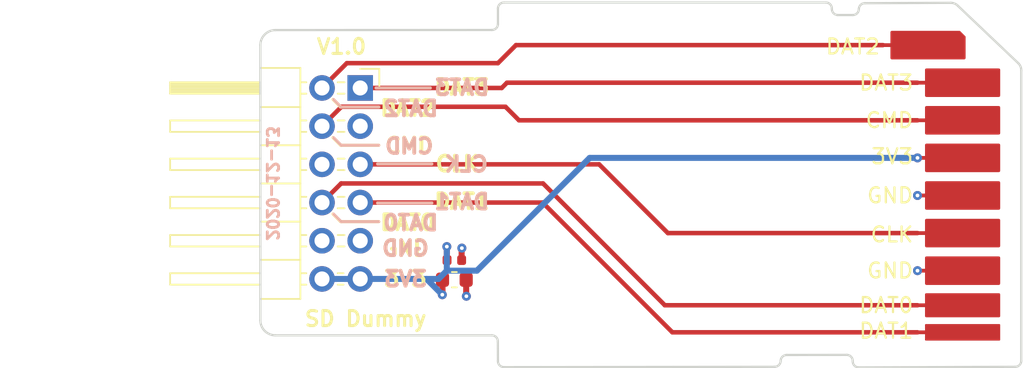
<source format=kicad_pcb>
(kicad_pcb (version 20201116) (generator pcbnew)
  (title_block (title "SD Dummy") (date "2020-12-13") (rev "r1.0") (company "GsD") (comment 1 "PMOD"))
  (layers (0 "F.Cu" signal) (1 "In1.Cu" signal) (2 "In2.Cu" signal) (31 "B.Cu" signal) (34 "B.Paste" user) (35 "F.Paste" user) (36 "B.SilkS" user "B.Silkscreen") (37 "F.SilkS" user "F.Silkscreen") (38 "B.Mask" user) (39 "F.Mask" user) (44 "Edge.Cuts" user))
  (net 0 "")
  (net 1 "GND")
  (net 2 "+3V3")
  (net 3 "Net-(J1-Pad2)")
  (net 4 "Net-(J1-Pad9)")
  (net 5 "/DAT2")
  (net 6 "/DAT1")
  (net 7 "/DAT0")
  (net 8 "/CLK")
  (net 9 "/CMD")
  (net 10 "/DAT3")
  (footprint "Capacitor_SMD:C_0603_1608Metric" (layer "F.Cu") (at 120.4 97.8)
    (fp_text reference "C1" hide)
    (fp_text value "10u" hide)
    (fp_line (start -0.162779 -0.51) (end 0.162779 -0.51) (layer "F.SilkS") (width 0.12))
    (fp_line (start -0.162779 0.51) (end 0.162779 0.51) (layer "F.SilkS") (width 0.12))
    (pad "1" smd roundrect (at -0.7875 0) (size 0.875 0.95) (layers "F.Cu" "F.Paste" "F.Mask") (net 2 "+3V3"))
    (pad "2" smd roundrect (at 0.7875 0) (size 0.875 0.95) (layers "F.Cu" "F.Paste" "F.Mask") (net 1 "GND"))
  )
  (footprint "Capacitor_SMD:C_0402_1005Metric" (layer "F.Cu") (at 120.4 96.5)
    (fp_text reference "C2" hide)
    (fp_text value "100n" hide)
    (pad "1" smd roundrect (at -0.485 0) (size 0.59 0.64) (layers "F.Cu" "F.Paste" "F.Mask") (net 2 "+3V3"))
    (pad "2" smd roundrect (at 0.485 0) (size 0.59 0.64) (layers "F.Cu" "F.Paste" "F.Mask") (net 1 "GND"))
  )
  (footprint "pkl_connectors:PMODHeader_2x06_P2.54mm_Horizontal" (layer "F.Cu") (at 114.14 97.75 180)
    (fp_text reference "J1" hide)
    (fp_text value "PMOD" hide)
    (fp_line (start 12.64 7.24) (end 12.64 8) (layer "F.SilkS") (width 0.12))
    (fp_line (start 6.64 2.16) (end 12.64 2.16) (layer "F.SilkS") (width 0.12))
    (fp_line (start 3.582929 0.38) (end 3.98 0.38) (layer "F.SilkS") (width 0.12))
    (fp_line (start 1.042929 2.16) (end 1.497071 2.16) (layer "F.SilkS") (width 0.12))
    (fp_line (start 1.042929 9.78) (end 1.497071 9.78) (layer "F.SilkS") (width 0.12))
    (fp_line (start 3.98 1.27) (end 6.64 1.27) (layer "F.SilkS") (width 0.12))
    (fp_line (start 6.64 12.86) (end 12.64 12.86) (layer "F.SilkS") (width 0.12))
    (fp_line (start 3.582929 2.16) (end 3.98 2.16) (layer "F.SilkS") (width 0.12))
    (fp_line (start 1.042929 5.46) (end 1.497071 5.46) (layer "F.SilkS") (width 0.12))
    (fp_line (start 6.64 -1.33) (end 3.98 -1.33) (layer "F.SilkS") (width 0.12))
    (fp_line (start 3.98 6.35) (end 6.64 6.35) (layer "F.SilkS") (width 0.12))
    (fp_line (start 3.98 -1.33) (end 3.98 14.03) (layer "F.SilkS") (width 0.12))
    (fp_line (start 12.64 2.92) (end 6.64 2.92) (layer "F.SilkS") (width 0.12))
    (fp_line (start 1.042929 4.7) (end 1.497071 4.7) (layer "F.SilkS") (width 0.12))
    (fp_line (start 6.64 7.24) (end 12.64 7.24) (layer "F.SilkS") (width 0.12))
    (fp_line (start 1.042929 8) (end 1.497071 8) (layer "F.SilkS") (width 0.12))
    (fp_line (start 1.042929 7.24) (end 1.497071 7.24) (layer "F.SilkS") (width 0.12))
    (fp_line (start 3.582929 10.54) (end 3.98 10.54) (layer "F.SilkS") (width 0.12))
    (fp_line (start 12.64 -0.38) (end 12.64 0.38) (layer "F.SilkS") (width 0.12))
    (fp_line (start 1.042929 10.54) (end 1.497071 10.54) (layer "F.SilkS") (width 0.12))
    (fp_line (start 12.64 13.08) (end 6.64 13.08) (layer "F.SilkS") (width 0.12))
    (fp_line (start 6.64 12.5) (end 12.64 12.5) (layer "F.SilkS") (width 0.12))
    (fp_line (start 6.64 12.38) (end 12.64 12.38) (layer "F.SilkS") (width 0.12))
    (fp_line (start 12.64 8) (end 6.64 8) (layer "F.SilkS") (width 0.12))
    (fp_line (start 3.582929 7.24) (end 3.98 7.24) (layer "F.SilkS") (width 0.12))
    (fp_line (start 3.582929 4.7) (end 3.98 4.7) (layer "F.SilkS") (width 0.12))
    (fp_line (start 1.11 -0.38) (end 1.497071 -0.38) (layer "F.SilkS") (width 0.12))
    (fp_line (start 6.64 9.78) (end 12.64 9.78) (layer "F.SilkS") (width 0.12))
    (fp_line (start 3.582929 9.78) (end 3.98 9.78) (layer "F.SilkS") (width 0.12))
    (fp_line (start 12.64 4.7) (end 12.64 5.46) (layer "F.SilkS") (width 0.12))
    (fp_line (start 6.64 14.03) (end 6.64 -1.33) (layer "F.SilkS") (width 0.12))
    (fp_line (start -1.27 13.97) (end -1.27 12.7) (layer "F.SilkS") (width 0.12))
    (fp_line (start 3.582929 -0.38) (end 3.98 -0.38) (layer "F.SilkS") (width 0.12))
    (fp_line (start 6.64 -0.38) (end 12.64 -0.38) (layer "F.SilkS") (width 0.12))
    (fp_line (start 3.98 8.89) (end 6.64 8.89) (layer "F.SilkS") (width 0.12))
    (fp_line (start 12.64 12.32) (end 12.64 13.08) (layer "F.SilkS") (width 0.12))
    (fp_line (start 1.042929 12.32) (end 1.497071 12.32) (layer "F.SilkS") (width 0.12))
    (fp_line (start 12.64 0.38) (end 6.64 0.38) (layer "F.SilkS") (width 0.12))
    (fp_line (start 12.64 10.54) (end 6.64 10.54) (layer "F.SilkS") (width 0.12))
    (fp_line (start 3.582929 5.46) (end 3.98 5.46) (layer "F.SilkS") (width 0.12))
    (fp_line (start 1.11 0.38) (end 1.497071 0.38) (layer "F.SilkS") (width 0.12))
    (fp_line (start 3.582929 13.08) (end 3.98 13.08) (layer "F.SilkS") (width 0.12))
    (fp_line (start 3.582929 2.92) (end 3.98 2.92) (layer "F.SilkS") (width 0.12))
    (fp_line (start 6.64 12.62) (end 12.64 12.62) (layer "F.SilkS") (width 0.12))
    (fp_line (start 3.98 14.03) (end 6.64 14.03) (layer "F.SilkS") (width 0.12))
    (fp_line (start 6.64 12.74) (end 12.64 12.74) (layer "F.SilkS") (width 0.12))
    (fp_line (start 3.98 11.43) (end 6.64 11.43) (layer "F.SilkS") (width 0.12))
    (fp_line (start 1.042929 2.92) (end 1.497071 2.92) (layer "F.SilkS") (width 0.12))
    (fp_line (start 6.64 12.32) (end 12.64 12.32) (layer "F.SilkS") (width 0.12))
    (fp_line (start 6.64 4.7) (end 12.64 4.7) (layer "F.SilkS") (width 0.12))
    (fp_line (start 12.64 2.16) (end 12.64 2.92) (layer "F.SilkS") (width 0.12))
    (fp_line (start 0 13.97) (end -1.27 13.97) (layer "F.SilkS") (width 0.12))
    (fp_line (start 3.582929 8) (end 3.98 8) (layer "F.SilkS") (width 0.12))
    (fp_line (start 6.64 12.98) (end 12.64 12.98) (layer "F.SilkS") (width 0.12))
    (fp_line (start 3.582929 12.32) (end 3.98 12.32) (layer "F.SilkS") (width 0.12))
    (fp_line (start 1.042929 13.08) (end 1.497071 13.08) (layer "F.SilkS") (width 0.12))
    (fp_line (start 3.98 3.81) (end 6.64 3.81) (layer "F.SilkS") (width 0.12))
    (fp_line (start 12.64 5.46) (end 6.64 5.46) (layer "F.SilkS") (width 0.12))
    (fp_line (start 12.64 9.78) (end 12.64 10.54) (layer "F.SilkS") (width 0.12))
    (pad "1" thru_hole rect (at 0 12.7 180) (size 1.7 1.7) (drill 1) (layers *.Cu *.Mask) (net 10 "/DAT3"))
    (pad "2" thru_hole oval (at 0 10.16 180) (size 1.7 1.7) (drill 1) (layers *.Cu *.Mask) (net 3 "Net-(J1-Pad2)"))
    (pad "3" thru_hole oval (at 0 7.62 180) (size 1.7 1.7) (drill 1) (layers *.Cu *.Mask) (net 8 "/CLK"))
    (pad "4" thru_hole oval (at 0 5.08 180) (size 1.7 1.7) (drill 1) (layers *.Cu *.Mask) (net 6 "/DAT1"))
    (pad "5" thru_hole oval (at 0 2.54 180) (size 1.7 1.7) (drill 1) (layers *.Cu *.Mask) (net 1 "GND"))
    (pad "6" thru_hole circle (at 0 0 180) (size 1.7 1.7) (drill 1) (layers *.Cu *.Mask) (net 2 "+3V3"))
    (pad "7" thru_hole circle (at 2.54 12.7 180) (size 1.7 1.7) (drill 1) (layers *.Cu *.Mask) (net 5 "/DAT2"))
    (pad "8" thru_hole oval (at 2.54 10.16 180) (size 1.7 1.7) (drill 1) (layers *.Cu *.Mask) (net 9 "/CMD"))
    (pad "9" thru_hole oval (at 2.54 7.62 180) (size 1.7 1.7) (drill 1) (layers *.Cu *.Mask) (net 4 "Net-(J1-Pad9)"))
    (pad "10" thru_hole oval (at 2.54 5.08 180) (size 1.7 1.7) (drill 1) (layers *.Cu *.Mask) (net 7 "/DAT0"))
    (pad "11" thru_hole oval (at 2.54 2.54 180) (size 1.7 1.7) (drill 1) (layers *.Cu *.Mask) (net 1 "GND"))
    (pad "12" thru_hole oval (at 2.54 0 180) (size 1.7 1.7) (drill 1) (layers *.Cu *.Mask) (net 2 "+3V3"))
  )
  (footprint "gsd-footprints:SD_PCB" (layer "F.Cu") (at 123.3 91.4 -90)
    (fp_text reference "J2" hide)
    (fp_text value "Conn_01x09_Female" hide)
    (pad "1" smd roundrect (at -6.7 -30.9 270) (size 1.9 5) (layers "F.Cu" "F.Mask") (roundrect_rratio 0.05) (net 10 "/DAT3"))
    (pad "2" smd roundrect (at -4.2 -30.9 270) (size 1.9 5) (layers "F.Cu" "F.Mask") (roundrect_rratio 0.05) (net 9 "/CMD"))
    (pad "3" smd roundrect (at -1.7 -30.9 270) (size 1.9 5) (layers "F.Cu" "F.Mask") (roundrect_rratio 0.05) (net 2 "+3V3"))
    (pad "4" smd roundrect (at 0.8 -30.9 270) (size 1.9 5) (layers "F.Cu" "F.Mask") (roundrect_rratio 0.05) (net 1 "GND"))
    (pad "5" smd roundrect (at 3.3 -30.9 270) (size 1.9 5) (layers "F.Cu" "F.Mask") (roundrect_rratio 0.05) (net 8 "/CLK"))
    (pad "6" smd roundrect (at 5.8 -30.9 270) (size 1.9 5) (layers "F.Cu" "F.Mask") (roundrect_rratio 0.05) (net 1 "GND"))
    (pad "7" smd roundrect (at 8.1 -30.9 270) (size 1.6 5) (layers "F.Cu" "F.Mask") (roundrect_rratio 0.05) (net 7 "/DAT0"))
    (pad "8" smd roundrect (at 9.9 -30.9 270) (size 1.1 5) (layers "F.Cu" "F.Mask") (roundrect_rratio 0.05) (net 6 "/DAT1"))
    (pad "9" smd roundrect (at -9.2 -28.6 270) (size 1.9 5) (layers "F.Cu" "F.Mask") (roundrect_rratio 0.05) (chamfer_ratio 0.2) (chamfer top_left) (net 5 "/DAT2"))
  )
  (gr_line (start 115.3 90.1) (end 118.9 90.1) (layer "B.SilkS") (width 0.2))
  (gr_line (start 115.3 92.7) (end 118.9 92.7) (layer "B.SilkS") (width 0.2))
  (gr_line (start 112.362 88.352) (end 112.87 88.86) (layer "B.SilkS") (width 0.2))
  (gr_line (start 112.87 86.32) (end 115.374 86.32) (layer "B.SilkS") (width 0.2))
  (gr_line (start 112.87 93.94) (end 115.374 93.94) (layer "B.SilkS") (width 0.2))
  (gr_line (start 112.362 85.812) (end 112.87 86.32) (layer "B.SilkS") (width 0.2))
  (gr_line (start 112.362 93.432) (end 112.87 93.94) (layer "B.SilkS") (width 0.2))
  (gr_line (start 115.2 85.05) (end 118.8 85.05) (layer "B.SilkS") (width 0.2))
  (gr_line (start 112.87 88.86) (end 115.374 88.86) (layer "B.SilkS") (width 0.2))
  (gr_line (start 115.3 90.1) (end 118.9 90.1) (layer "F.SilkS") (width 0.2))
  (gr_line (start 115.2 85.05) (end 118.8 85.05) (layer "F.SilkS") (width 0.2))
  (gr_line (start 112.834 93.94) (end 115.374 93.94) (layer "F.SilkS") (width 0.2))
  (gr_line (start 112.834 88.86) (end 115.374 88.86) (layer "F.SilkS") (width 0.2))
  (gr_line (start 112.834 86.32) (end 115.374 86.32) (layer "F.SilkS") (width 0.2))
  (gr_line (start 112.326 93.432) (end 112.834 93.94) (layer "F.SilkS") (width 0.2))
  (gr_line (start 112.326 88.352) (end 112.834 88.86) (layer "F.SilkS") (width 0.2))
  (gr_line (start 112.326 85.812) (end 112.834 86.32) (layer "F.SilkS") (width 0.2))
  (gr_line (start 115.3 92.7) (end 118.9 92.7) (layer "F.SilkS") (width 0.2))
  (gr_line (start 158.1 103.2) (end 158.1 83.9) (layer "Edge.Cuts") (width 0.15))
  (gr_line (start 123.293579 101.916376) (end 123.3 103.2) (layer "Edge.Cuts") (width 0.15))
  (gr_line (start 108.5 81.2) (end 122.883624 81.193579) (layer "Edge.Cuts") (width 0.15))
  (gr_line (start 157.9 83.4) (end 153.9 79.6) (layer "Edge.Cuts") (width 0.15))
  (gr_arc (start 146.899963 79.8) (end 146.883624 80.199751) (angle -91.4566246) (layer "Edge.Cuts") (width 0.15))
  (gr_line (start 123.693579 103.616377) (end 141.683623 103.593578) (layer "Edge.Cuts") (width 0.15))
  (gr_arc (start 123.700037 79.76675) (end 123.716376 79.366999) (angle -91.4566246) (layer "Edge.Cuts") (width 0.15))
  (gr_line (start 123.3 80.8) (end 123.3 79.760578) (layer "Edge.Cuts") (width 0.15))
  (gr_arc (start 123.699751 103.216339) (end 123.3 103.2) (angle -91.4566246) (layer "Edge.Cuts") (width 0.15))
  (gr_line (start 147.287156 103.632753) (end 157.683624 103.593578) (layer "Edge.Cuts") (width 0.15))
  (gr_line (start 107.5 100.5) (end 107.5 82.2) (layer "Edge.Cuts") (width 0.15))
  (gr_arc (start 142.500038 103.206172) (end 142.516377 102.806422) (angle -91.4566246) (layer "Edge.Cuts") (width 0.15))
  (gr_arc (start 145.10667 79.767036) (end 145.506421 79.783375) (angle -91.4566246) (layer "Edge.Cuts") (width 0.15))
  (gr_arc (start 145.906172 79.799714) (end 145.506421 79.783375) (angle -91.4566246) (layer "Edge.Cuts") (width 0.15))
  (gr_arc (start 108.5 100.5) (end 107.5 100.5) (angle -90) (layer "Edge.Cuts") (width 0.15))
  (gr_arc (start 153.415867 80.046105) (end 153.9 79.6) (angle -48.28454415) (layer "Edge.Cuts") (width 0.15))
  (gr_arc (start 157.442222 83.87311) (end 158.1 83.9) (angle -48.28454415) (layer "Edge.Cuts") (width 0.15))
  (gr_line (start 142.516377 102.806422) (end 146.5 102.8) (layer "Edge.Cuts") (width 0.15))
  (gr_arc (start 122.899963 80.793828) (end 122.883624 81.193579) (angle -91.4566246) (layer "Edge.Cuts") (width 0.15))
  (gr_line (start 147.716376 79.412593) (end 153.405025 79.387868) (layer "Edge.Cuts") (width 0.15))
  (gr_arc (start 147.700037 79.812344) (end 147.716376 79.412593) (angle -91.4566246) (layer "Edge.Cuts") (width 0.15))
  (gr_arc (start 146.493828 103.200038) (end 146.893578 103.216377) (angle -91.4566246) (layer "Edge.Cuts") (width 0.15))
  (gr_line (start 122.9 101.5) (end 108.5 101.5) (layer "Edge.Cuts") (width 0.15))
  (gr_arc (start 147.293328 103.232715) (end 146.893578 103.216377) (angle -91.4566246) (layer "Edge.Cuts") (width 0.15))
  (gr_line (start 145.112842 79.366999) (end 123.716376 79.366999) (layer "Edge.Cuts") (width 0.15))
  (gr_line (start 146.883624 80.199751) (end 145.9 80.199751) (layer "Edge.Cuts") (width 0.15))
  (gr_arc (start 141.699962 103.193828) (end 141.683623 103.593578) (angle -91.4566246) (layer "Edge.Cuts") (width 0.15))
  (gr_arc (start 108.5 82.2) (end 108.5 81.2) (angle -90) (layer "Edge.Cuts") (width 0.15))
  (gr_arc (start 157.699962 103.193828) (end 157.683624 103.593578) (angle -91.4566246) (layer "Edge.Cuts") (width 0.15))
  (gr_arc (start 122.893828 101.900037) (end 123.293579 101.916376) (angle -91.4566246) (layer "Edge.Cuts") (width 0.15))
  (gr_text "GND" (at 117.152 95.718) (layer "B.SilkS") (effects (font (size 1 1) (thickness 0.25)) (justify mirror)))
  (gr_text "DAT1" (at 120.899999 92.6225) (layer "B.SilkS") (effects (font (size 1 1) (thickness 0.25)) (justify mirror)))
  (gr_text "DAT2" (at 117.5 86.4225) (layer "B.SilkS") (effects (font (size 1 1) (thickness 0.25)) (justify mirror)))
  (gr_text "CMD" (at 117.4 88.9225) (layer "B.SilkS") (effects (font (size 1 1) (thickness 0.25)) (justify mirror)))
  (gr_text "DAT3" (at 120.899999 85.0225) (layer "B.SilkS") (effects (font (size 1 1) (thickness 0.25)) (justify mirror)))
  (gr_text "3V3" (at 117.152 97.75) (layer "B.SilkS") (effects (font (size 1 1) (thickness 0.25)) (justify mirror)))
  (gr_text "DAT0" (at 117.5 94.0225) (layer "B.SilkS") (effects (font (size 1 1) (thickness 0.25)) (justify mirror)))
  (gr_text "2020-12-13\n" (at 108.298 91.4 270) (layer "B.SilkS") (effects (font (size 0.75 0.75) (thickness 0.1875)) (justify mirror)))
  (gr_text "CLK" (at 121.2 90.1225) (layer "B.SilkS") (effects (font (size 1 1) (thickness 0.25)) (justify mirror)))
  (gr_text "DAT0" (at 117.3 94) (layer "F.SilkS") (effects (font (size 1 1) (thickness 0.25))))
  (gr_text "GND" (at 117.152 95.718) (layer "F.SilkS") (effects (font (size 1 1) (thickness 0.25))))
  (gr_text "DAT0" (at 149.119047 99.5) (layer "F.SilkS") (effects (font (size 1 1))))
  (gr_text "DAT2" (at 117.3 86.4) (layer "F.SilkS") (effects (font (size 1 1) (thickness 0.25))))
  (gr_text "DAT1" (at 149.119047 101.2) (layer "F.SilkS") (effects (font (size 1 1))))
  (gr_text "CMD" (at 149.333333 87.2) (layer "F.SilkS") (effects (font (size 1 1))))
  (gr_text "CLK" (at 149.5 94.8) (layer "F.SilkS") (effects (font (size 1 1))))
  (gr_text "GND" (at 149.380952 97.2) (layer "F.SilkS") (effects (font (size 1 1))))
  (gr_text "V1.0" (at 112.9 82.3) (layer "F.SilkS") (effects (font (size 1 1) (thickness 0.2))))
  (gr_text "SD Dummy" (at 114.5 100.4) (layer "F.SilkS") (effects (font (size 1 1) (thickness 0.2))))
  (gr_text "3V3" (at 117.152 97.75) (layer "F.SilkS") (effects (font (size 1 1) (thickness 0.25))))
  (gr_text "DAT2" (at 146.9 82.3) (layer "F.SilkS") (effects (font (size 1 1))))
  (gr_text "DAT1" (at 120.9 92.6) (layer "F.SilkS") (effects (font (size 1 1) (thickness 0.25))))
  (gr_text "3V3" (at 149.523809 89.6) (layer "F.SilkS") (effects (font (size 1 1))))
  (gr_text "CMD" (at 117.4 88.9) (layer "F.SilkS") (effects (font (size 1 1) (thickness 0.25))))
  (gr_text "CLK" (at 120.6 90.1) (layer "F.SilkS") (effects (font (size 1 1) (thickness 0.25))))
  (gr_text "DAT3" (at 120.9 85) (layer "F.SilkS") (effects (font (size 1 1) (thickness 0.25))))
  (gr_text "DAT3" (at 149.119047 84.7) (layer "F.SilkS") (effects (font (size 1 1))))
  (gr_text "GND" (at 149.380952 92.2) (layer "F.SilkS") (effects (font (size 1 1))))
  (segment (start 120.885 95.715) (end 120.9 95.7) (width 0.4) (layer "F.Cu") (net 1))
  (segment (start 120.885 96.5) (end 120.885 95.715) (width 0.4) (layer "F.Cu") (net 1))
  (segment (start 154.2 97.2) (end 151.2 97.2) (width 0.25) (layer "F.Cu") (net 1))
  (segment (start 121.1875 98.8875) (end 121.2 98.9) (width 0.4) (layer "F.Cu") (net 1))
  (segment (start 121.1875 97.8) (end 121.1875 98.8875) (width 0.4) (layer "F.Cu") (net 1))
  (segment (start 154.2 92.2) (end 151.2 92.2) (width 0.25) (layer "F.Cu") (net 1))
  (via (at 151.2 92.2) (size 0.6) (drill 0.25) (layers "F.Cu" "B.Cu") (net 1))
  (via (at 151.2 97.2) (size 0.6) (drill 0.25) (layers "F.Cu" "B.Cu") (net 1))
  (via (at 121.2 98.9) (size 0.6) (drill 0.25) (layers "F.Cu" "B.Cu") (net 1))
  (via (at 120.9 95.7) (size 0.6) (drill 0.25) (layers "F.Cu" "B.Cu") (net 1))
  (segment (start 119.9 96.485) (end 119.915 96.5) (width 0.4) (layer "F.Cu") (net 2))
  (segment (start 119.6 98.8) (end 119.6125 98.7875) (width 0.4) (layer "F.Cu") (net 2))
  (segment (start 119.9 95.6) (end 119.9 96.485) (width 0.4) (layer "F.Cu") (net 2))
  (segment (start 119.6125 98.7875) (end 119.6125 97.8) (width 0.4) (layer "F.Cu") (net 2))
  (segment (start 154.2 89.7) (end 151.2 89.7) (width 0.25) (layer "F.Cu") (net 2))
  (via (at 119.9 95.6) (size 0.6) (drill 0.25) (layers "F.Cu" "B.Cu") (net 2))
  (via (at 151.2 89.7) (size 0.6) (drill 0.25) (layers "F.Cu" "B.Cu") (net 2))
  (via (at 119.6 98.8) (size 0.6) (drill 0.25) (layers "F.Cu" "B.Cu") (net 2))
  (segment (start 111.6 97.75) (end 114.14 97.75) (width 0.4) (layer "B.Cu") (net 2))
  (segment (start 119.9 97.2) (end 121.9 97.2) (width 0.4) (layer "B.Cu") (net 2))
  (segment (start 118.55 97.75) (end 119.6 98.8) (width 0.4) (layer "B.Cu") (net 2))
  (segment (start 121.9 97.2) (end 129.4 89.7) (width 0.4) (layer "B.Cu") (net 2))
  (segment (start 118.55 97.75) (end 119.35 97.75) (width 0.4) (layer "B.Cu") (net 2))
  (segment (start 114.14 97.75) (end 118.55 97.75) (width 0.4) (layer "B.Cu") (net 2))
  (segment (start 129.4 89.7) (end 151.2 89.7) (width 0.4) (layer "B.Cu") (net 2))
  (segment (start 119.35 97.75) (end 119.9 97.2) (width 0.4) (layer "B.Cu") (net 2))
  (segment (start 119.9 97.2) (end 119.9 95.6) (width 0.4) (layer "B.Cu") (net 2))
  (segment (start 113.25 83.4) (end 111.6 85.05) (width 0.3) (layer "F.Cu") (net 5))
  (segment (start 151.9 82.2) (end 148.9 82.2) (width 0.25) (layer "F.Cu") (net 5))
  (segment (start 124.5 82.2) (end 123.3 83.4) (width 0.3) (layer "F.Cu") (net 5))
  (segment (start 123.3 83.4) (end 113.25 83.4) (width 0.3) (layer "F.Cu") (net 5))
  (segment (start 148.9 82.2) (end 124.5 82.2) (width 0.3) (layer "F.Cu") (net 5))
  (segment (start 126.27 92.67) (end 114.14 92.67) (width 0.3) (layer "F.Cu") (net 6))
  (segment (start 154.2 101.3) (end 151.2 101.3) (width 0.25) (layer "F.Cu") (net 6))
  (segment (start 151.2 101.3) (end 134.9 101.3) (width 0.3) (layer "F.Cu") (net 6))
  (segment (start 134.9 101.3) (end 126.27 92.67) (width 0.3) (layer "F.Cu") (net 6))
  (segment (start 134.4 99.5) (end 126.3 91.4) (width 0.3) (layer "F.Cu") (net 7))
  (segment (start 126.3 91.4) (end 112.87 91.4) (width 0.3) (layer "F.Cu") (net 7))
  (segment (start 154.2 99.5) (end 151.2 99.5) (width 0.25) (layer "F.Cu") (net 7))
  (segment (start 151.2 99.5) (end 134.4 99.5) (width 0.3) (layer "F.Cu") (net 7))
  (segment (start 112.87 91.4) (end 111.6 92.67) (width 0.3) (layer "F.Cu") (net 7))
  (segment (start 130.03 90.13) (end 114.14 90.13) (width 0.3) (layer "F.Cu") (net 8))
  (segment (start 151.2 94.7) (end 134.6 94.7) (width 0.3) (layer "F.Cu") (net 8))
  (segment (start 154.2 94.7) (end 151.2 94.7) (width 0.25) (layer "F.Cu") (net 8))
  (segment (start 134.6 94.7) (end 130.03 90.13) (width 0.3) (layer "F.Cu") (net 8))
  (segment (start 151.2 87.2) (end 124.7 87.2) (width 0.3) (layer "F.Cu") (net 9))
  (segment (start 123.8 86.3) (end 112.89 86.3) (width 0.3) (layer "F.Cu") (net 9))
  (segment (start 112.89 86.3) (end 111.6 87.59) (width 0.3) (layer "F.Cu") (net 9))
  (segment (start 124.7 87.2) (end 123.8 86.3) (width 0.3) (layer "F.Cu") (net 9))
  (segment (start 154.2 87.2) (end 151.2 87.2) (width 0.25) (layer "F.Cu") (net 9))
  (segment (start 123.55 85.05) (end 114.14 85.05) (width 0.3) (layer "F.Cu") (net 10))
  (segment (start 123.9 84.7) (end 123.55 85.05) (width 0.3) (layer "F.Cu") (net 10))
  (segment (start 151.2 84.7) (end 123.9 84.7) (width 0.3) (layer "F.Cu") (net 10))
  (segment (start 154.2 84.7) (end 151.2 84.7) (width 0.25) (layer "F.Cu") (net 10))
)
</source>
